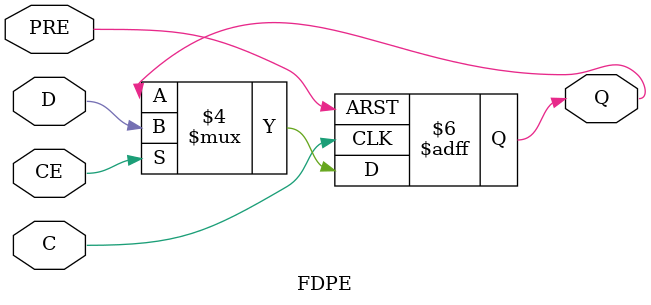
<source format=v>


module VCC(output P);
  assign P = 1;
endmodule

module GND(output G);
  assign G = 0;
endmodule

module IBUF(output O, input I);
  assign O = I;
endmodule

module OBUF(output O, input I);
  assign O = I;
endmodule

module BUFG(output O, input I);
  assign O = I;
endmodule

module OBUFT(output O, input I, T);
  assign O = T ? 1'bz : I;
endmodule

module IOBUF(inout IO, output O, input I, T);
  assign O = IO, IO = T ? 1'bz : I;
endmodule

module INV(output O, input I);
  assign O = !I;
endmodule

module LUT1(output O, input I0);
  parameter [1:0] INIT = 0;
  assign O = I0 ? INIT[1] : INIT[0];
endmodule

module LUT2(output O, input I0, I1);
  parameter [3:0] INIT = 0;
  wire [ 1: 0] s1 = I1 ? INIT[ 3: 2] : INIT[ 1: 0];
  assign O = I0 ? s1[1] : s1[0];
endmodule

module LUT3(output O, input I0, I1, I2);
  parameter [7:0] INIT = 0;
  wire [ 3: 0] s2 = I2 ? INIT[ 7: 4] : INIT[ 3: 0];
  wire [ 1: 0] s1 = I1 ?   s2[ 3: 2] :   s2[ 1: 0];
  assign O = I0 ? s1[1] : s1[0];
endmodule

module LUT4(output O, input I0, I1, I2, I3);
  parameter [15:0] INIT = 0;
  wire [ 7: 0] s3 = I3 ? INIT[15: 8] : INIT[ 7: 0];
  wire [ 3: 0] s2 = I2 ?   s3[ 7: 4] :   s3[ 3: 0];
  wire [ 1: 0] s1 = I1 ?   s2[ 3: 2] :   s2[ 1: 0];
  assign O = I0 ? s1[1] : s1[0];
endmodule

module LUT5(output O, input I0, I1, I2, I3, I4);
  parameter [31:0] INIT = 0;
  wire [15: 0] s4 = I4 ? INIT[31:16] : INIT[15: 0];
  wire [ 7: 0] s3 = I3 ?   s4[15: 8] :   s4[ 7: 0];
  wire [ 3: 0] s2 = I2 ?   s3[ 7: 4] :   s3[ 3: 0];
  wire [ 1: 0] s1 = I1 ?   s2[ 3: 2] :   s2[ 1: 0];
  assign O = I0 ? s1[1] : s1[0];
endmodule

module LUT6(output O, input I0, I1, I2, I3, I4, I5);
  parameter [63:0] INIT = 0;
  wire [31: 0] s5 = I5 ? INIT[63:32] : INIT[31: 0];
  wire [15: 0] s4 = I4 ?   s5[31:16] :   s5[15: 0];
  wire [ 7: 0] s3 = I3 ?   s4[15: 8] :   s4[ 7: 0];
  wire [ 3: 0] s2 = I2 ?   s3[ 7: 4] :   s3[ 3: 0];
  wire [ 1: 0] s1 = I1 ?   s2[ 3: 2] :   s2[ 1: 0];
  assign O = I0 ? s1[1] : s1[0];
endmodule

module MUXCY(output O, input CI, DI, S);
  assign O = S ? CI : DI;
endmodule

module MUXF7(output O, input I0, I1, S);
  assign O = S ? I1 : I0;
endmodule

module MUXF8(output O, input I0, I1, S);
  assign O = S ? I1 : I0;
endmodule

module XORCY(output O, input CI, LI);
  assign O = CI ^ LI;
endmodule

module CARRY4(output [3:0] CO, O, input CI, CYINIT, input [3:0] DI, S);
  assign O = S ^ {CO[2:0], CI | CYINIT};
  assign CO[0] = S[0] ? CI | CYINIT : DI[0];
  assign CO[1] = S[1] ? CO[0] : DI[1];
  assign CO[2] = S[2] ? CO[1] : DI[2];
  assign CO[3] = S[3] ? CO[2] : DI[3];
endmodule

module FDRE (output reg Q, input C, CE, D, R);
  parameter [0:0] INIT = 1'b0;
  parameter [0:0] IS_C_INVERTED = 1'b0;
  parameter [0:0] IS_D_INVERTED = 1'b0;
  parameter [0:0] IS_R_INVERTED = 1'b0;
  initial Q <= INIT;
  generate case (|IS_C_INVERTED)
    1'b0: always @(posedge C) if (R == !IS_R_INVERTED) Q <= 1'b0; else if (CE) Q <= D ^ IS_D_INVERTED;
    1'b1: always @(negedge C) if (R == !IS_R_INVERTED) Q <= 1'b0; else if (CE) Q <= D ^ IS_D_INVERTED;
  endcase endgenerate
endmodule

module FDSE (output reg Q, input C, CE, D, S);
  parameter [0:0] INIT = 1'b0;
  parameter [0:0] IS_C_INVERTED = 1'b0;
  parameter [0:0] IS_D_INVERTED = 1'b0;
  parameter [0:0] IS_S_INVERTED = 1'b0;
  initial Q <= INIT;
  generate case (|IS_C_INVERTED)
    1'b0: always @(posedge C) if (S == !IS_S_INVERTED) Q <= 1'b1; else if (CE) Q <= D ^ IS_D_INVERTED;
    1'b1: always @(negedge C) if (S == !IS_S_INVERTED) Q <= 1'b1; else if (CE) Q <= D ^ IS_D_INVERTED;
  endcase endgenerate
endmodule

module FDCE (output reg Q, input C, CE, D, CLR);
  parameter [0:0] INIT = 1'b0;
  parameter [0:0] IS_C_INVERTED = 1'b0;
  parameter [0:0] IS_D_INVERTED = 1'b0;
  parameter [0:0] IS_CLR_INVERTED = 1'b0;
  initial Q <= INIT;
  generate case ({|IS_C_INVERTED, |IS_CLR_INVERTED})
    2'b00: always @(posedge C, posedge CLR) if ( CLR) Q <= 1'b0; else if (CE) Q <= D ^ IS_D_INVERTED;
    2'b01: always @(posedge C, negedge CLR) if (!CLR) Q <= 1'b0; else if (CE) Q <= D ^ IS_D_INVERTED;
    2'b10: always @(negedge C, posedge CLR) if ( CLR) Q <= 1'b0; else if (CE) Q <= D ^ IS_D_INVERTED;
    2'b11: always @(negedge C, negedge CLR) if (!CLR) Q <= 1'b0; else if (CE) Q <= D ^ IS_D_INVERTED;
  endcase endgenerate
endmodule

module FDPE (output reg Q, input C, CE, D, PRE);
  parameter [0:0] INIT = 1'b0;
  parameter [0:0] IS_C_INVERTED = 1'b0;
  parameter [0:0] IS_D_INVERTED = 1'b0;
  parameter [0:0] IS_PRE_INVERTED = 1'b0;
  initial Q <= INIT;
  generate case ({|IS_C_INVERTED, |IS_PRE_INVERTED})
    2'b00: always @(posedge C, posedge PRE) if ( PRE) Q <= 1'b1; else if (CE) Q <= D ^ IS_D_INVERTED;
    2'b01: always @(posedge C, negedge PRE) if (!PRE) Q <= 1'b1; else if (CE) Q <= D ^ IS_D_INVERTED;
    2'b10: always @(negedge C, posedge PRE) if ( PRE) Q <= 1'b1; else if (CE) Q <= D ^ IS_D_INVERTED;
    2'b11: always @(negedge C, negedge PRE) if (!PRE) Q <= 1'b1; else if (CE) Q <= D ^ IS_D_INVERTED;
  endcase endgenerate
endmodule


</source>
